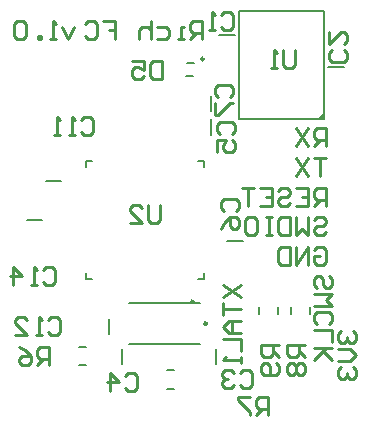
<source format=gbo>
G04 Layer_Color=32896*
%FSLAX24Y24*%
%MOIN*%
G70*
G01*
G75*
%ADD22C,0.0098*%
%ADD25C,0.0079*%
%ADD43C,0.0100*%
%ADD44C,0.0050*%
%ADD97C,0.0070*%
D22*
X8907Y3642D02*
G03*
X8907Y3642I-49J0D01*
G01*
D25*
X9040Y10718D02*
Y11230D01*
X9316Y13248D02*
X9828D01*
X12958Y12195D02*
X13469D01*
X9213Y2279D02*
Y2790D01*
X6068Y2279D02*
Y2790D01*
X9040Y9931D02*
Y10443D01*
X9587Y6407D02*
X10098D01*
X3533Y8376D02*
X4045D01*
X5640Y3287D02*
Y3799D01*
X2894Y7098D02*
X3406D01*
X4646Y2244D02*
X4882D01*
X4646Y2874D02*
X4882D01*
X7559Y1457D02*
X7795D01*
X7559Y2087D02*
X7795D01*
X6299Y4311D02*
X8661D01*
X6299Y2972D02*
X8661D01*
X11722Y3947D02*
Y4183D01*
X12352Y3947D02*
Y4183D01*
X10630Y3947D02*
Y4183D01*
X11260Y3947D02*
Y4183D01*
D43*
X8801Y12456D02*
G03*
X8801Y12456I-44J0D01*
G01*
X8455Y4370D02*
G03*
X8455Y4370I-39J0D01*
G01*
X9284Y11185D02*
X9184Y11285D01*
Y11485D01*
X9284Y11585D01*
X9683D01*
X9783Y11485D01*
Y11285D01*
X9683Y11185D01*
X9184Y10985D02*
Y10585D01*
X9284D01*
X9683Y10985D01*
X9783D01*
X9384Y13935D02*
X9484Y14035D01*
X9683D01*
X9783Y13935D01*
Y13535D01*
X9683Y13435D01*
X9484D01*
X9384Y13535D01*
X9184Y13435D02*
X8984D01*
X9084D01*
Y14035D01*
X9184Y13935D01*
X4459Y13510D02*
X4259Y13110D01*
X4059Y13510D01*
X3859Y13110D02*
X3659D01*
X3759D01*
Y13710D01*
X3859Y13610D01*
X3359Y13110D02*
Y13210D01*
X3259D01*
Y13110D01*
X3359D01*
X2859Y13610D02*
X2759Y13710D01*
X2559D01*
X2459Y13610D01*
Y13210D01*
X2559Y13110D01*
X2759D01*
X2859Y13210D01*
Y13610D01*
X8730Y13110D02*
Y13710D01*
X8430D01*
X8330Y13610D01*
Y13410D01*
X8430Y13310D01*
X8730D01*
X8530D02*
X8330Y13110D01*
X8131D02*
X7931D01*
X8031D01*
Y13510D01*
X8131D01*
X7231D02*
X7531D01*
X7631Y13410D01*
Y13210D01*
X7531Y13110D01*
X7231D01*
X7031Y13710D02*
Y13110D01*
Y13410D01*
X6931Y13510D01*
X6731D01*
X6631Y13410D01*
Y13110D01*
X5431Y13710D02*
X5831D01*
Y13410D01*
X5631D01*
X5831D01*
Y13110D01*
X4832Y13610D02*
X4932Y13710D01*
X5131D01*
X5231Y13610D01*
Y13210D01*
X5131Y13110D01*
X4932D01*
X4832Y13210D01*
X9430Y4921D02*
X10030Y4521D01*
X9430D02*
X10030Y4921D01*
X9430Y4321D02*
Y3922D01*
Y4122D01*
X10030D01*
Y3722D02*
X9630D01*
X9430Y3522D01*
X9630Y3322D01*
X10030D01*
X9730D01*
Y3722D01*
X9430Y3122D02*
X10030D01*
Y2722D01*
Y2522D02*
Y2322D01*
Y2422D01*
X9430D01*
X9530Y2522D01*
X7333Y7588D02*
Y7088D01*
X7233Y6988D01*
X7033D01*
X6933Y7088D01*
Y7588D01*
X6333Y6988D02*
X6733D01*
X6333Y7388D01*
Y7488D01*
X6433Y7588D01*
X6633D01*
X6733Y7488D01*
X11836Y12755D02*
Y12255D01*
X11736Y12156D01*
X11536D01*
X11436Y12255D01*
Y12755D01*
X11236Y12156D02*
X11036D01*
X11136D01*
Y12755D01*
X11236Y12655D01*
X11309Y2923D02*
X10709D01*
Y2623D01*
X10809Y2523D01*
X11009D01*
X11109Y2623D01*
Y2923D01*
Y2723D02*
X11309Y2523D01*
X11209Y2323D02*
X11309Y2223D01*
Y2024D01*
X11209Y1924D01*
X10809D01*
X10709Y2024D01*
Y2223D01*
X10809Y2323D01*
X10909D01*
X11009Y2223D01*
Y1924D01*
X12175Y2913D02*
X11575D01*
Y2613D01*
X11675Y2514D01*
X11875D01*
X11975Y2613D01*
Y2913D01*
Y2713D02*
X12175Y2514D01*
X11675Y2314D02*
X11575Y2214D01*
Y2014D01*
X11675Y1914D01*
X11775D01*
X11875Y2014D01*
X11975Y1914D01*
X12075D01*
X12175Y2014D01*
Y2214D01*
X12075Y2314D01*
X11975D01*
X11875Y2214D01*
X11775Y2314D01*
X11675D01*
X11875Y2214D02*
Y2014D01*
X10945Y581D02*
Y1181D01*
X10645D01*
X10545Y1081D01*
Y881D01*
X10645Y781D01*
X10945D01*
X10745D02*
X10545Y581D01*
X10345Y1181D02*
X9945D01*
Y1081D01*
X10345Y681D01*
Y581D01*
X3642Y2264D02*
Y2864D01*
X3342D01*
X3242Y2764D01*
Y2564D01*
X3342Y2464D01*
X3642D01*
X3442D02*
X3242Y2264D01*
X2642Y2864D02*
X2842Y2764D01*
X3042Y2564D01*
Y2364D01*
X2942Y2264D01*
X2742D01*
X2642Y2364D01*
Y2464D01*
X2742Y2564D01*
X3042D01*
X3449Y5441D02*
X3549Y5541D01*
X3748D01*
X3848Y5441D01*
Y5041D01*
X3748Y4941D01*
X3549D01*
X3449Y5041D01*
X3249Y4941D02*
X3049D01*
X3149D01*
Y5541D01*
X3249Y5441D01*
X2449Y4941D02*
Y5541D01*
X2749Y5241D01*
X2349D01*
X3611Y3748D02*
X3711Y3848D01*
X3911D01*
X4011Y3748D01*
Y3348D01*
X3911Y3248D01*
X3711D01*
X3611Y3348D01*
X3411Y3248D02*
X3211D01*
X3311D01*
Y3848D01*
X3411Y3748D01*
X2511Y3248D02*
X2911D01*
X2511Y3648D01*
Y3748D01*
X2611Y3848D01*
X2811D01*
X2911Y3748D01*
X4718Y10441D02*
X4818Y10541D01*
X5018D01*
X5118Y10441D01*
Y10041D01*
X5018Y9941D01*
X4818D01*
X4718Y10041D01*
X4518Y9941D02*
X4318D01*
X4418D01*
Y10541D01*
X4518Y10441D01*
X4018Y9941D02*
X3819D01*
X3918D01*
Y10541D01*
X4018Y10441D01*
X9480Y7376D02*
X9381Y7476D01*
Y7676D01*
X9480Y7776D01*
X9880D01*
X9980Y7676D01*
Y7476D01*
X9880Y7376D01*
X9381Y6776D02*
X9480Y6976D01*
X9680Y7176D01*
X9880D01*
X9980Y7076D01*
Y6876D01*
X9880Y6776D01*
X9780D01*
X9680Y6876D01*
Y7176D01*
X9333Y9974D02*
X9233Y10074D01*
Y10274D01*
X9333Y10374D01*
X9733D01*
X9833Y10274D01*
Y10074D01*
X9733Y9974D01*
X9233Y9374D02*
Y9774D01*
X9533D01*
X9433Y9574D01*
Y9474D01*
X9533Y9374D01*
X9733D01*
X9833Y9474D01*
Y9674D01*
X9733Y9774D01*
X6170Y1902D02*
X6270Y2002D01*
X6470D01*
X6570Y1902D01*
Y1503D01*
X6470Y1403D01*
X6270D01*
X6170Y1503D01*
X5670Y1403D02*
Y2002D01*
X5970Y1702D01*
X5570D01*
X10014Y1587D02*
X10113Y1487D01*
X10313D01*
X10413Y1587D01*
Y1987D01*
X10313Y2087D01*
X10113D01*
X10014Y1987D01*
X9814Y1587D02*
X9714Y1487D01*
X9514D01*
X9414Y1587D01*
Y1687D01*
X9514Y1787D01*
X9614D01*
X9514D01*
X9414Y1887D01*
Y1987D01*
X9514Y2087D01*
X9714D01*
X9814Y1987D01*
X13467Y12752D02*
X13567Y12652D01*
Y12452D01*
X13467Y12352D01*
X13067D01*
X12968Y12452D01*
Y12652D01*
X13067Y12752D01*
X12968Y13352D02*
Y12952D01*
X13367Y13352D01*
X13467D01*
X13567Y13252D01*
Y13052D01*
X13467Y12952D01*
X7421Y12391D02*
Y11791D01*
X7121D01*
X7021Y11891D01*
Y12291D01*
X7121Y12391D01*
X7421D01*
X6422D02*
X6821D01*
Y12091D01*
X6622Y12191D01*
X6522D01*
X6422Y12091D01*
Y11891D01*
X6522Y11791D01*
X6721D01*
X6821Y11891D01*
X12884Y9547D02*
Y10147D01*
X12584D01*
X12484Y10047D01*
Y9847D01*
X12584Y9747D01*
X12884D01*
X12684D02*
X12484Y9547D01*
X12284Y10147D02*
X11884Y9547D01*
Y10147D02*
X12284Y9547D01*
X12884Y9163D02*
X12484D01*
X12684D01*
Y8563D01*
X12284Y9163D02*
X11884Y8563D01*
Y9163D02*
X12284Y8563D01*
X12884Y7554D02*
Y8154D01*
X12584D01*
X12484Y8054D01*
Y7854D01*
X12584Y7754D01*
X12884D01*
X12684D02*
X12484Y7554D01*
X11884Y8154D02*
X12284D01*
Y7554D01*
X11884D01*
X12284Y7854D02*
X12084D01*
X11284Y8054D02*
X11384Y8154D01*
X11584D01*
X11684Y8054D01*
Y7954D01*
X11584Y7854D01*
X11384D01*
X11284Y7754D01*
Y7654D01*
X11384Y7554D01*
X11584D01*
X11684Y7654D01*
X10685Y8154D02*
X11084D01*
Y7554D01*
X10685D01*
X11084Y7854D02*
X10884D01*
X10485Y8154D02*
X10085D01*
X10285D01*
Y7554D01*
X12484Y7094D02*
X12584Y7194D01*
X12784D01*
X12884Y7094D01*
Y6994D01*
X12784Y6894D01*
X12584D01*
X12484Y6794D01*
Y6694D01*
X12584Y6594D01*
X12784D01*
X12884Y6694D01*
X12284Y7194D02*
Y6594D01*
X12084Y6794D01*
X11884Y6594D01*
Y7194D01*
X11684D02*
Y6594D01*
X11384D01*
X11284Y6694D01*
Y7094D01*
X11384Y7194D01*
X11684D01*
X11084D02*
X10884D01*
X10984D01*
Y6594D01*
X11084D01*
X10884D01*
X10285Y7194D02*
X10485D01*
X10585Y7094D01*
Y6694D01*
X10485Y6594D01*
X10285D01*
X10185Y6694D01*
Y7094D01*
X10285Y7194D01*
X12484Y6085D02*
X12584Y6185D01*
X12784D01*
X12884Y6085D01*
Y5686D01*
X12784Y5586D01*
X12584D01*
X12484Y5686D01*
Y5886D01*
X12684D01*
X12284Y5586D02*
Y6185D01*
X11884Y5586D01*
Y6185D01*
X11684D02*
Y5586D01*
X11384D01*
X11284Y5686D01*
Y6085D01*
X11384Y6185D01*
X11684D01*
X12571Y4827D02*
X12471Y4926D01*
Y5126D01*
X12571Y5226D01*
X12671D01*
X12771Y5126D01*
Y4926D01*
X12871Y4827D01*
X12971D01*
X13071Y4926D01*
Y5126D01*
X12971Y5226D01*
X12471Y4627D02*
X13071D01*
X12871Y4427D01*
X13071Y4227D01*
X12471D01*
X12571Y3627D02*
X12471Y3727D01*
Y3927D01*
X12571Y4027D01*
X12971D01*
X13071Y3927D01*
Y3727D01*
X12971Y3627D01*
X12471Y3427D02*
X13071D01*
Y3027D01*
X12471Y2827D02*
X13071D01*
X12871D01*
X12471Y2427D01*
X12771Y2727D01*
X13071Y2427D01*
X13368Y3406D02*
X13268Y3306D01*
Y3106D01*
X13368Y3006D01*
X13468D01*
X13568Y3106D01*
Y3206D01*
Y3106D01*
X13668Y3006D01*
X13768D01*
X13868Y3106D01*
Y3306D01*
X13768Y3406D01*
X13268Y2806D02*
X13668D01*
X13868Y2606D01*
X13668Y2406D01*
X13268D01*
X13368Y2206D02*
X13268Y2106D01*
Y1906D01*
X13368Y1806D01*
X13468D01*
X13568Y1906D01*
Y2006D01*
Y1906D01*
X13668Y1806D01*
X13768D01*
X13868Y1906D01*
Y2106D01*
X13768Y2206D01*
D44*
X8217Y11886D02*
X8453D01*
X8227Y12336D02*
X8463D01*
X9963Y10464D02*
Y14064D01*
X11393D01*
X9963Y10464D02*
X11383D01*
Y10454D02*
Y10464D01*
X12803D02*
Y14064D01*
X11373D02*
X12803D01*
X11383Y10464D02*
X12803D01*
X11383Y10454D02*
Y10464D01*
X12643Y10474D02*
X12803Y10634D01*
X12643Y10474D02*
X12683D01*
X12693D01*
X12803Y10584D01*
Y10534D02*
Y10584D01*
X12743Y10474D02*
X12803Y10534D01*
X12733Y10474D02*
X12743D01*
D97*
X4872Y5118D02*
X5069D01*
X4872D02*
Y5315D01*
Y8858D02*
Y9055D01*
X5069D01*
X8809Y8858D02*
Y9055D01*
X8612D02*
X8809D01*
Y5118D02*
Y5315D01*
X8612Y5118D02*
X8809D01*
M02*

</source>
